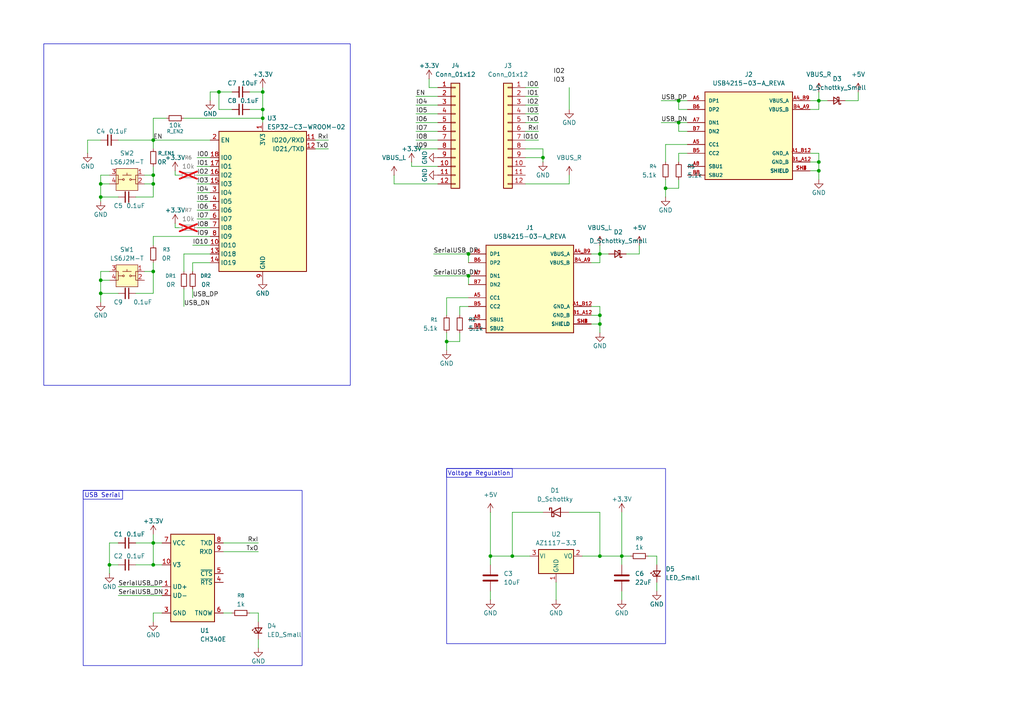
<source format=kicad_sch>
(kicad_sch (version 20250114) (generator "eeschema") (generator_version "9.0")
  (paper "A4")
  (lib_symbols
    (symbol "Connector_Generic:Conn_01x12" (pin_names (offset 1.016) (hide yes))
      (property "Reference" "J" (at 0 15.24 0))
      (property "Value" "Conn_01x12" (at 0 -17.78 0))
      (symbol "Conn_01x12_1_1"
        (rectangle (start -1.27 13.97) (end 1.27 -16.51) (stroke (width 0.254)) (fill (type background)))
        (rectangle (start -1.27 12.827) (end 0 12.573) (stroke (width 0.1524)))
        (rectangle (start -1.27 10.287) (end 0 10.033) (stroke (width 0.1524)))
        (rectangle (start -1.27 7.747) (end 0 7.493) (stroke (width 0.1524)))
        (rectangle (start -1.27 5.207) (end 0 4.953) (stroke (width 0.1524)))
        (rectangle (start -1.27 2.667) (end 0 2.413) (stroke (width 0.1524)))
        (rectangle (start -1.27 0.127) (end 0 -0.127) (stroke (width 0.1524)))
        (rectangle (start -1.27 -2.413) (end 0 -2.667) (stroke (width 0.1524)))
        (rectangle (start -1.27 -4.953) (end 0 -5.207) (stroke (width 0.1524)))
        (rectangle (start -1.27 -7.493) (end 0 -7.747) (stroke (width 0.1524)))
        (rectangle (start -1.27 -10.033) (end 0 -10.287) (stroke (width 0.1524)))
        (rectangle (start -1.27 -12.573) (end 0 -12.827) (stroke (width 0.1524)))
        (rectangle (start -1.27 -15.113) (end 0 -15.367) (stroke (width 0.1524)))
        (pin passive line (at -5.08 12.7 0) (length 3.81) (name "Pin_1") (number "1"))
        (pin passive line (at -5.08 10.16 0) (length 3.81) (name "Pin_2") (number "2"))
        (pin passive line (at -5.08 7.62 0) (length 3.81) (name "Pin_3") (number "3"))
        (pin passive line (at -5.08 5.08 0) (length 3.81) (name "Pin_4") (number "4"))
        (pin passive line (at -5.08 2.54 0) (length 3.81) (name "Pin_5") (number "5"))
        (pin passive line (at -5.08 0 0) (length 3.81) (name "Pin_6") (number "6"))
        (pin passive line (at -5.08 -2.54 0) (length 3.81) (name "Pin_7") (number "7"))
        (pin passive line (at -5.08 -5.08 0) (length 3.81) (name "Pin_8") (number "8"))
        (pin passive line (at -5.08 -7.62 0) (length 3.81) (name "Pin_9") (number "9"))
        (pin passive line (at -5.08 -10.16 0) (length 3.81) (name "Pin_10") (number "10"))
        (pin passive line (at -5.08 -12.7 0) (length 3.81) (name "Pin_11") (number "11"))
        (pin passive line (at -5.08 -15.24 0) (length 3.81) (name "Pin_12") (number "12"))
      )
    )
    (symbol "Device:C" (pin_numbers (hide yes)) (pin_names (offset 0.254))
      (property "Reference" "C" (at 0.635 2.54 0))
      (property "Value" "C" (at 0.635 -2.54 0))
      (symbol "C_0_1"
        (polyline (pts (xy -2.032 0.762) (xy 2.032 0.762)) (stroke (width 0.508)))
        (polyline (pts (xy -2.032 -0.762) (xy 2.032 -0.762)) (stroke (width 0.508)))
      )
      (symbol "C_1_1"
        (pin passive line (at 0 3.81 270) (length 2.794) (name "~") (number "1"))
        (pin passive line (at 0 -3.81 90) (length 2.794) (name "~") (number "2"))
      )
    )
    (symbol "Device:C_Small" (pin_numbers (hide yes)) (pin_names (offset 0.254) (hide yes))
      (property "Reference" "C" (at 0.254 1.778 0))
      (property "Value" "C_Small" (at 0.254 -2.032 0))
      (symbol "C_Small_0_1"
        (polyline (pts (xy -1.524 0.508) (xy 1.524 0.508)) (stroke (width 0.3048)))
        (polyline (pts (xy -1.524 -0.508) (xy 1.524 -0.508)) (stroke (width 0.3302)))
      )
      (symbol "C_Small_1_1"
        (pin passive line (at 0 2.54 270) (length 2.032) (name "~") (number "1"))
        (pin passive line (at 0 -2.54 90) (length 2.032) (name "~") (number "2"))
      )
    )
    (symbol "Device:D_Schottky" (pin_numbers (hide yes)) (pin_names (offset 1.016) (hide yes))
      (property "Reference" "D" (at 0 2.54 0))
      (property "Value" "D_Schottky" (at 0 -2.54 0))
      (symbol "D_Schottky_0_1"
        (polyline (pts (xy -1.905 0.635) (xy -1.905 1.27) (xy -1.27 1.27) (xy -1.27 -1.27) (xy -0.635 -1.27) (xy -0.635 -0.635)) (stroke (width 0.254)))
        (polyline (pts (xy 1.27 1.27) (xy 1.27 -1.27) (xy -1.27 0) (xy 1.27 1.27)) (stroke (width 0.254)))
        (polyline (pts (xy 1.27 0) (xy -1.27 0)))
      )
      (symbol "D_Schottky_1_1"
        (pin passive line (at -3.81 0 0) (length 2.54) (name "K") (number "1"))
        (pin passive line (at 3.81 0 180) (length 2.54) (name "A") (number "2"))
      )
    )
    (symbol "Device:D_Schottky_Small" (pin_numbers (hide yes)) (pin_names (offset 0.254) (hide yes))
      (property "Reference" "D" (at -1.27 2.032 0))
      (property "Value" "D_Schottky_Small" (at -7.112 -2.032 0))
      (symbol "D_Schottky_Small_0_1"
        (polyline (pts (xy -1.27 0.762) (xy -1.27 1.016) (xy -0.762 1.016) (xy -0.762 -1.016) (xy -0.254 -1.016) (xy -0.254 -0.762)) (stroke (width 0.254)))
        (polyline (pts (xy -0.762 0) (xy 0.762 0)))
        (polyline (pts (xy 0.762 -1.016) (xy -0.762 0) (xy 0.762 1.016) (xy 0.762 -1.016)) (stroke (width 0.254)))
      )
      (symbol "D_Schottky_Small_1_1"
        (pin passive line (at -2.54 0 0) (length 1.778) (name "K") (number "1"))
        (pin passive line (at 2.54 0 180) (length 1.778) (name "A") (number "2"))
      )
    )
    (symbol "Device:LED_Small" (pin_numbers (hide yes)) (pin_names (offset 0.254) (hide yes))
      (property "Reference" "D" (at -1.27 3.175 0))
      (property "Value" "LED_Small" (at -4.445 -2.54 0))
      (symbol "LED_Small_0_1"
        (polyline (pts (xy -0.762 -1.016) (xy -0.762 1.016)) (stroke (width 0.254)))
        (polyline (pts (xy 0 0.762) (xy -0.508 1.27) (xy -0.254 1.27) (xy -0.508 1.27) (xy -0.508 1.016)))
        (polyline (pts (xy 0.508 1.27) (xy 0 1.778) (xy 0.254 1.778) (xy 0 1.778) (xy 0 1.524)))
        (polyline (pts (xy 0.762 -1.016) (xy -0.762 0) (xy 0.762 1.016) (xy 0.762 -1.016)) (stroke (width 0.254)))
        (polyline (pts (xy 1.016 0) (xy -0.762 0)))
      )
      (symbol "LED_Small_1_1"
        (pin passive line (at -2.54 0 0) (length 1.778) (name "K") (number "1"))
        (pin passive line (at 2.54 0 180) (length 1.778) (name "A") (number "2"))
      )
    )
    (symbol "Device:R_Small" (pin_numbers (hide yes)) (pin_names (offset 0.254) (hide yes))
      (property "Reference" "R" (at 0 0 90))
      (property "Value" "R_Small" (at 1.778 0 90))
      (symbol "R_Small_0_1"
        (rectangle (start -0.762 1.778) (end 0.762 -1.778) (stroke (width 0.2032)))
      )
      (symbol "R_Small_1_1"
        (pin passive line (at 0 2.54 270) (length 0.762) (name "~") (number "1"))
        (pin passive line (at 0 -2.54 90) (length 0.762) (name "~") (number "2"))
      )
    )
    (symbol "Interface_USB:CH340E"
      (property "Reference" "U2" (at 2.1433 -15.24 0))
      (property "Value" "CH340E" (at 2.1433 -17.78 0))
      (symbol "CH340E_0_1"
        (rectangle (start -6.35 12.7) (end 6.35 -12.7) (stroke (width 0.254)) (fill (type background)))
      )
      (symbol "CH340E_1_1"
        (pin power_in line (at -8.89 10.16 0) (length 2.54) (name "VCC") (number "7"))
        (pin power_out line (at -8.89 3.81 0) (length 2.54) (name "V3") (number "10"))
        (pin bidirectional line (at -8.89 -2.54 0) (length 2.54) (name "UD+") (number "1"))
        (pin bidirectional line (at -8.89 -5.08 0) (length 2.54) (name "UD-") (number "2"))
        (pin power_in line (at -8.89 -10.16 0) (length 2.54) (name "GND") (number "3"))
        (pin output line (at 8.89 10.16 180) (length 2.54) (name "TXD") (number "8"))
        (pin input line (at 8.89 7.62 180) (length 2.54) (name "RXD") (number "9"))
        (pin input line (at 8.89 1.27 180) (length 2.54) (name "~{CTS}") (number "5"))
        (pin output line (at 8.89 -1.27 180) (length 2.54) (name "~{RTS}") (number "4"))
        (pin output line (at 8.89 -10.16 180) (length 2.54) (name "TNOW") (number "6"))
      )
    )
    (symbol "LS6J2M-T_1"
      (property "Reference" "SW" (at 0 6.35 0))
      (property "Value" "LS6J2M-T" (at 0 4.318 0))
      (symbol "LS6J2M-T_1_0_0"
        (pin passive line (at -5.08 1.27 0) (length 2.54) (name "") (number "1"))
        (pin passive line (at -5.08 -1.27 0) (length 2.54) (name "") (number "2"))
        (pin passive line (at 5.08 1.27 180) (length 2.54) (name "") (number "3"))
        (pin passive line (at 5.08 -1.27 180) (length 2.54) (name "") (number "4"))
      )
      (symbol "LS6J2M-T_1_0_1"
        (polyline (pts (xy -1.27 1.27) (xy -1.27 1.27)))
        (polyline (pts (xy -1.27 1.27) (xy 1.27 1.27) (xy 0 1.27) (xy 0 1.905)))
        (polyline (pts (xy -1.27 0) (xy -2.54 0)))
        (polyline (pts (xy -1.27 0) (xy -1.27 0)))
        (polyline (pts (xy 1.27 0) (xy 1.27 0)))
        (polyline (pts (xy 1.27 0) (xy 2.54 0)))
        (polyline (pts (xy 2.54 1.27) (xy 2.54 -1.27)))
      )
      (symbol "LS6J2M-T_1_1_1"
        (rectangle (start -3.175 3.175) (end 3.175 -3.175) (fill (type background)))
        (polyline (pts (xy -2.54 -1.27) (xy -2.54 1.27)))
        (circle (center -1.016 0) (radius 0.254))
        (circle (center 1.016 0) (radius 0.254))
      )
    )
    (symbol "Library:LS6J2M-T"
      (property "Reference" "SW" (at 0 6.35 0))
      (property "Value" "LS6J2M-T" (at 0 4.318 0))
      (symbol "LS6J2M-T_0_0"
        (pin passive line (at -5.08 1.27 0) (length 2.54) (name "") (number "1"))
        (pin passive line (at -5.08 -1.27 0) (length 2.54) (name "") (number "2"))
        (pin passive line (at 5.08 1.27 180) (length 2.54) (name "") (number "3"))
        (pin passive line (at 5.08 -1.27 180) (length 2.54) (name "") (number "4"))
      )
      (symbol "LS6J2M-T_0_1"
        (polyline (pts (xy -1.27 1.27) (xy -1.27 1.27)))
        (polyline (pts (xy -1.27 1.27) (xy 1.27 1.27) (xy 0 1.27) (xy 0 1.905)))
        (polyline (pts (xy -1.27 0) (xy -2.54 0)))
        (polyline (pts (xy -1.27 0) (xy -1.27 0)))
        (polyline (pts (xy 1.27 0) (xy 1.27 0)))
        (polyline (pts (xy 1.27 0) (xy 2.54 0)))
        (polyline (pts (xy 2.54 1.27) (xy 2.54 -1.27)))
      )
      (symbol "LS6J2M-T_1_1"
        (rectangle (start -3.175 3.175) (end 3.175 -3.175) (fill (type background)))
        (polyline (pts (xy -2.54 -1.27) (xy -2.54 1.27)))
        (circle (center -1.016 0) (radius 0.254))
        (circle (center 1.016 0) (radius 0.254))
      )
    )
    (symbol "Library:USB4215-03-A_REVA" (pin_names (offset 1.016))
      (property "Reference" "J" (at -12.7 13.462 0))
      (property "Value" "USB4215-03-A_REVA" (at -12.7 -16.002 0))
      (symbol "USB4215-03-A_REVA_0_0"
        (rectangle (start -12.7 12.7) (end 12.7 -12.7) (stroke (width 0.254)) (fill (type background)))
        (pin bidirectional line (at -17.78 10.16 0) (length 5.08) (name "DP1") (number "A6"))
        (pin bidirectional line (at -17.78 7.62 0) (length 5.08) (name "DP2") (number "B6"))
        (pin bidirectional line (at -17.78 3.81 0) (length 5.08) (name "DN1") (number "A7"))
        (pin bidirectional line (at -17.78 1.27 0) (length 5.08) (name "DN2") (number "B7"))
        (pin bidirectional line (at -17.78 -2.54 0) (length 5.08) (name "CC1") (number "A5"))
        (pin bidirectional line (at -17.78 -5.08 0) (length 5.08) (name "CC2") (number "B5"))
        (pin bidirectional line (at -17.78 -8.89 0) (length 5.08) (name "SBU1") (number "A8"))
        (pin bidirectional line (at -17.78 -11.43 0) (length 5.08) (name "SBU2") (number "B8"))
        (pin power_in line (at 17.78 10.16 180) (length 5.08) (name "VBUS_A") (number "A4_B9"))
        (pin power_in line (at 17.78 7.62 180) (length 5.08) (name "VBUS_B") (number "B4_A9"))
        (pin power_in line (at 17.78 -5.08 180) (length 5.08) (name "GND_A") (number "A1_B12"))
        (pin power_in line (at 17.78 -7.62 180) (length 5.08) (name "GND_B") (number "B1_A12"))
        (pin passive line (at 17.78 -10.16 180) (length 5.08) (name "SHIELD") (number "SH1"))
        (pin passive line (at 17.78 -10.16 180) (length 5.08) (name "SHIELD") (number "SH2"))
        (pin passive line (at 17.78 -10.16 180) (length 5.08) (name "SHIELD") (number "SH3"))
        (pin passive line (at 17.78 -10.16 180) (length 5.08) (name "SHIELD") (number "SH4"))
      )
    )
    (symbol "RF_Module:ESP32-C3-WROOM-02"
      (property "Reference" "U" (at -12.192 21.336 0))
      (property "Value" "ESP32-C3-WROOM-02" (at 12.192 21.336 0))
      (symbol "ESP32-C3-WROOM-02_1_1"
        (rectangle (start -12.7 20.32) (end 12.7 -20.32) (stroke (width 0.254)) (fill (type background)))
        (pin input line (at -15.24 17.78 0) (length 2.54) (name "EN") (number "2"))
        (pin bidirectional line (at -15.24 12.7 0) (length 2.54) (name "IO0") (number "18"))
        (pin bidirectional line (at -15.24 10.16 0) (length 2.54) (name "IO1") (number "17"))
        (pin bidirectional line (at -15.24 7.62 0) (length 2.54) (name "IO2") (number "16"))
        (pin bidirectional line (at -15.24 5.08 0) (length 2.54) (name "IO3") (number "15"))
        (pin bidirectional line (at -15.24 2.54 0) (length 2.54) (name "IO4") (number "3"))
        (pin bidirectional line (at -15.24 0 0) (length 2.54) (name "IO5") (number "4"))
        (pin bidirectional line (at -15.24 -2.54 0) (length 2.54) (name "IO6") (number "5"))
        (pin bidirectional line (at -15.24 -5.08 0) (length 2.54) (name "IO7") (number "6"))
        (pin bidirectional line (at -15.24 -7.62 0) (length 2.54) (name "IO8") (number "7"))
        (pin bidirectional line (at -15.24 -10.16 0) (length 2.54) (name "IO9") (number "8"))
        (pin bidirectional line (at -15.24 -12.7 0) (length 2.54) (name "IO10") (number "10"))
        (pin bidirectional line (at -15.24 -15.24 0) (length 2.54) (name "IO18") (number "13"))
        (pin bidirectional line (at -15.24 -17.78 0) (length 2.54) (name "IO19") (number "14"))
        (pin power_in line (at 0 22.86 270) (length 2.54) (name "3V3") (number "1"))
        (pin passive line (at 0 -22.86 90) (length 2.54) (hide yes) (name "GND") (number "19"))
        (pin power_in line (at 0 -22.86 90) (length 2.54) (name "GND") (number "9"))
        (pin bidirectional line (at 15.24 17.78 180) (length 2.54) (name "IO20/RXD") (number "11"))
        (pin bidirectional line (at 15.24 15.24 180) (length 2.54) (name "IO21/TXD") (number "12"))
      )
    )
    (symbol "Regulator_Linear:AZ1117-3.3" (pin_names (offset 0.254))
      (property "Reference" "U" (at -3.81 3.175 0))
      (property "Value" "AZ1117-3.3" (at 0 3.175 0))
      (symbol "AZ1117-3.3_0_1"
        (rectangle (start -5.08 1.905) (end 5.08 -5.08) (stroke (width 0.254)) (fill (type background)))
      )
      (symbol "AZ1117-3.3_1_1"
        (pin power_in line (at -7.62 0 0) (length 2.54) (name "VI") (number "3"))
        (pin power_in line (at 0 -7.62 90) (length 2.54) (name "GND") (number "1"))
        (pin power_out line (at 7.62 0 180) (length 2.54) (name "VO") (number "2"))
      )
    )
    (symbol "power:+3.3V" (power) (pin_numbers (hide yes)) (pin_names (offset 0) (hide yes))
      (property "Value" "+3.3V" (at 0 3.556 0))
      (symbol "+3.3V_0_1"
        (polyline (pts (xy -0.762 1.27) (xy 0 2.54)))
        (polyline (pts (xy 0 2.54) (xy 0.762 1.27)))
        (polyline (pts (xy 0 0) (xy 0 2.54)))
      )
      (symbol "+3.3V_1_1"
        (pin power_in line (at 0 0 90) (length 0) (name "~") (number "1"))
      )
    )
    (symbol "power:+5V" (power) (pin_numbers (hide yes)) (pin_names (offset 0) (hide yes))
      (property "Value" "+5V" (at 0 3.556 0))
      (symbol "+5V_0_1"
        (polyline (pts (xy -0.762 1.27) (xy 0 2.54)))
        (polyline (pts (xy 0 2.54) (xy 0.762 1.27)))
        (polyline (pts (xy 0 0) (xy 0 2.54)))
      )
      (symbol "+5V_1_1"
        (pin power_in line (at 0 0 90) (length 0) (name "~") (number "1"))
      )
    )
    (symbol "power:GND" (power) (pin_numbers (hide yes)) (pin_names (offset 0) (hide yes))
      (property "Value" "GND" (at 0 -3.81 0))
      (symbol "GND_0_1"
        (polyline (pts (xy 0 0) (xy 0 -1.27) (xy 1.27 -1.27) (xy 0 -2.54) (xy -1.27 -1.27) (xy 0 -1.27)))
      )
      (symbol "GND_1_1"
        (pin power_in line (at 0 0 270) (length 0) (name "~") (number "1"))
      )
    )
    (symbol "power:VBUS" (power) (pin_numbers (hide yes)) (pin_names (offset 0) (hide yes))
      (property "Value" "VBUS" (at 0 3.556 0))
      (symbol "VBUS_0_1"
        (polyline (pts (xy -0.762 1.27) (xy 0 2.54)))
        (polyline (pts (xy 0 2.54) (xy 0.762 1.27)))
        (polyline (pts (xy 0 0) (xy 0 2.54)))
      )
      (symbol "VBUS_1_1"
        (pin power_in line (at 0 0 90) (length 0) (name "~") (number "1"))
      )
    )
  )
  (rectangle (start 12.7 12.7) (end 101.6 111.76))
  (rectangle (start 24.13 142.24) (end 35.56 144.78))
  (rectangle (start 129.54 135.89) (end 148.59 138.43))
  (rectangle (start 24.13 142.24) (end 87.63 193.04))
  (rectangle (start 129.54 135.89) (end 193.04 186.69))
  (text "Voltage Regulation" (at 138.938 137.414 0) (effects (font (size 1.27 1.27))))
  (text "USB Serial" (at 29.718 143.764 0) (effects (font (size 1.27 1.27))))
  (junction (at 142.24 161.29))
  (junction (at 173.99 93.98))
  (junction (at 29.21 53.34))
  (junction (at 29.21 81.28))
  (junction (at 31.75 163.83))
  (junction (at 76.2 34.29))
  (junction (at 44.45 157.48))
  (junction (at 63.5 26.67))
  (junction (at 237.49 46.99))
  (junction (at 29.21 57.15))
  (junction (at 44.45 53.34))
  (junction (at 44.45 40.64))
  (junction (at 76.2 31.75))
  (junction (at 148.59 161.29))
  (junction (at 173.99 161.29))
  (junction (at 237.49 49.53))
  (junction (at 193.04 54.61))
  (junction (at 76.2 26.67))
  (junction (at 135.89 80.01))
  (junction (at 135.89 73.66))
  (junction (at 44.45 163.83))
  (junction (at 29.21 85.09))
  (junction (at 196.85 29.21))
  (junction (at 157.48 45.72))
  (junction (at 129.54 99.06))
  (junction (at 44.45 50.8))
  (junction (at 173.99 73.66))
  (junction (at 173.99 91.44))
  (junction (at 180.34 161.29))
  (junction (at 44.45 78.74))
  (junction (at 196.85 35.56))
  (junction (at 237.49 29.21))
  (wire (pts (xy 237.49 29.21) (xy 240.03 29.21)))
  (wire (pts (xy 39.37 57.15) (xy 44.45 57.15)))
  (wire (pts (xy 76.2 26.67) (xy 76.2 31.75)))
  (wire (pts (xy 31.75 163.83) (xy 31.75 157.48)))
  (wire (pts (xy 237.49 26.67) (xy 237.49 29.21)))
  (wire (pts (xy 29.21 57.15) (xy 29.21 53.34)))
  (wire (pts (xy 152.4 45.72) (xy 157.48 45.72)))
  (wire (pts (xy 196.85 54.61) (xy 193.04 54.61)))
  (wire (pts (xy 135.89 73.66) (xy 135.89 76.2)))
  (wire (pts (xy 173.99 161.29) (xy 168.91 161.29)))
  (wire (pts (xy 142.24 161.29) (xy 148.59 161.29)))
  (wire (pts (xy 57.15 45.72) (xy 60.96 45.72)))
  (wire (pts (xy 55.88 78.74) (xy 55.88 76.2)))
  (wire (pts (xy 44.45 43.18) (xy 44.45 40.64)))
  (wire (pts (xy 46.99 163.83) (xy 44.45 163.83)))
  (wire (pts (xy 196.85 31.75) (xy 196.85 29.21)))
  (wire (pts (xy 50.8 66.04) (xy 50.8 64.77)))
  (wire (pts (xy 60.96 29.21) (xy 60.96 26.67)))
  (wire (pts (xy 29.21 87.63) (xy 29.21 85.09)))
  (wire (pts (xy 44.45 53.34) (xy 44.45 50.8)))
  (wire (pts (xy 234.95 49.53) (xy 237.49 49.53)))
  (wire (pts (xy 133.35 88.9) (xy 133.35 91.44)))
  (wire (pts (xy 173.99 148.59) (xy 165.1 148.59)))
  (wire (pts (xy 185.42 73.66) (xy 181.61 73.66)))
  (wire (pts (xy 187.96 161.29) (xy 190.5 161.29)))
  (wire (pts (xy 173.99 88.9) (xy 173.99 91.44)))
  (wire (pts (xy 135.89 88.9) (xy 133.35 88.9)))
  (wire (pts (xy 44.45 157.48) (xy 44.45 154.94)))
  (wire (pts (xy 133.35 96.52) (xy 133.35 99.06)))
  (wire (pts (xy 29.21 57.15) (xy 34.29 57.15)))
  (wire (pts (xy 57.15 63.5) (xy 60.96 63.5)))
  (wire (pts (xy 135.89 80.01) (xy 135.89 82.55)))
  (wire (pts (xy 148.59 161.29) (xy 153.67 161.29)))
  (wire (pts (xy 199.39 44.45) (xy 196.85 44.45)))
  (wire (pts (xy 34.29 40.64) (xy 44.45 40.64)))
  (wire (pts (xy 234.95 29.21) (xy 237.49 29.21)))
  (wire (pts (xy 120.65 40.64) (xy 127 40.64)))
  (wire (pts (xy 44.45 71.12) (xy 44.45 68.58)))
  (wire (pts (xy 165.1 25.4) (xy 165.1 31.75)))
  (wire (pts (xy 44.45 40.64) (xy 60.96 40.64)))
  (wire (pts (xy 57.15 55.88) (xy 60.96 55.88)))
  (wire (pts (xy 57.15 48.26) (xy 60.96 48.26)))
  (wire (pts (xy 171.45 76.2) (xy 173.99 76.2)))
  (wire (pts (xy 191.77 35.56) (xy 196.85 35.56)))
  (wire (pts (xy 173.99 93.98) (xy 173.99 96.52)))
  (wire (pts (xy 39.37 85.09) (xy 44.45 85.09)))
  (wire (pts (xy 199.39 31.75) (xy 196.85 31.75)))
  (wire (pts (xy 63.5 31.75) (xy 63.5 26.67)))
  (wire (pts (xy 76.2 25.4) (xy 76.2 26.67)))
  (wire (pts (xy 57.15 58.42) (xy 60.96 58.42)))
  (wire (pts (xy 57.15 50.8) (xy 60.96 50.8)))
  (wire (pts (xy 31.75 163.83) (xy 34.29 163.83)))
  (wire (pts (xy 64.77 157.48) (xy 74.93 157.48)))
  (wire (pts (xy 129.54 86.36) (xy 135.89 86.36)))
  (wire (pts (xy 173.99 76.2) (xy 173.99 73.66)))
  (wire (pts (xy 173.99 91.44) (xy 173.99 93.98)))
  (wire (pts (xy 196.85 44.45) (xy 196.85 46.99)))
  (wire (pts (xy 25.4 44.45) (xy 25.4 40.64)))
  (wire (pts (xy 180.34 161.29) (xy 180.34 163.83)))
  (wire (pts (xy 64.77 160.02) (xy 74.93 160.02)))
  (wire (pts (xy 152.4 35.56) (xy 156.21 35.56)))
  (wire (pts (xy 129.54 96.52) (xy 129.54 99.06)))
  (wire (pts (xy 76.2 31.75) (xy 76.2 34.29)))
  (wire (pts (xy 237.49 49.53) (xy 237.49 46.99)))
  (wire (pts (xy 74.93 177.8) (xy 74.93 180.34)))
  (wire (pts (xy 129.54 101.6) (xy 129.54 99.06)))
  (wire (pts (xy 29.21 78.74) (xy 31.75 78.74)))
  (wire (pts (xy 120.65 33.02) (xy 127 33.02)))
  (wire (pts (xy 127 48.26) (xy 119.38 48.26)))
  (wire (pts (xy 41.91 50.8) (xy 44.45 50.8)))
  (wire (pts (xy 55.88 71.12) (xy 60.96 71.12)))
  (wire (pts (xy 157.48 43.18) (xy 152.4 43.18)))
  (wire (pts (xy 124.46 22.86) (xy 124.46 25.4)))
  (wire (pts (xy 152.4 40.64) (xy 156.21 40.64)))
  (wire (pts (xy 55.88 86.36) (xy 55.88 83.82)))
  (wire (pts (xy 67.31 31.75) (xy 63.5 31.75)))
  (wire (pts (xy 72.39 31.75) (xy 76.2 31.75)))
  (wire (pts (xy 53.34 88.9) (xy 53.34 83.82)))
  (wire (pts (xy 148.59 148.59) (xy 148.59 161.29)))
  (wire (pts (xy 171.45 91.44) (xy 173.99 91.44)))
  (wire (pts (xy 157.48 46.99) (xy 157.48 45.72)))
  (wire (pts (xy 44.45 157.48) (xy 44.45 163.83)))
  (wire (pts (xy 124.46 25.4) (xy 127 25.4)))
  (wire (pts (xy 120.65 30.48) (xy 127 30.48)))
  (wire (pts (xy 120.65 27.94) (xy 127 27.94)))
  (wire (pts (xy 41.91 78.74) (xy 44.45 78.74)))
  (wire (pts (xy 171.45 93.98) (xy 173.99 93.98)))
  (wire (pts (xy 57.15 60.96) (xy 60.96 60.96)))
  (wire (pts (xy 190.5 161.29) (xy 190.5 163.83)))
  (wire (pts (xy 234.95 31.75) (xy 237.49 31.75)))
  (wire (pts (xy 142.24 161.29) (xy 142.24 163.83)))
  (wire (pts (xy 129.54 91.44) (xy 129.54 86.36)))
  (wire (pts (xy 29.21 81.28) (xy 29.21 78.74)))
  (wire (pts (xy 57.15 66.04) (xy 60.96 66.04)))
  (wire (pts (xy 41.91 53.34) (xy 44.45 53.34)))
  (wire (pts (xy 44.45 76.2) (xy 44.45 78.74)))
  (wire (pts (xy 120.65 35.56) (xy 127 35.56)))
  (wire (pts (xy 127 53.34) (xy 114.3 53.34)))
  (wire (pts (xy 44.45 68.58) (xy 60.96 68.58)))
  (wire (pts (xy 74.93 187.96) (xy 74.93 185.42)))
  (wire (pts (xy 193.04 46.99) (xy 193.04 41.91)))
  (wire (pts (xy 31.75 157.48) (xy 34.29 157.48)))
  (wire (pts (xy 50.8 49.53) (xy 50.8 50.8)))
  (wire (pts (xy 157.48 45.72) (xy 157.48 43.18)))
  (wire (pts (xy 29.21 53.34) (xy 31.75 53.34)))
  (wire (pts (xy 76.2 34.29) (xy 76.2 35.56)))
  (wire (pts (xy 31.75 166.37) (xy 31.75 163.83)))
  (wire (pts (xy 60.96 26.67) (xy 63.5 26.67)))
  (wire (pts (xy 196.85 29.21) (xy 199.39 29.21)))
  (wire (pts (xy 119.38 48.26) (xy 119.38 46.99)))
  (wire (pts (xy 44.45 177.8) (xy 46.99 177.8)))
  (wire (pts (xy 237.49 44.45) (xy 234.95 44.45)))
  (wire (pts (xy 50.8 50.8) (xy 52.07 50.8)))
  (wire (pts (xy 237.49 31.75) (xy 237.49 29.21)))
  (wire (pts (xy 152.4 25.4) (xy 156.21 25.4)))
  (wire (pts (xy 55.88 76.2) (xy 60.96 76.2)))
  (wire (pts (xy 29.21 85.09) (xy 29.21 81.28)))
  (wire (pts (xy 53.34 34.29) (xy 76.2 34.29)))
  (wire (pts (xy 182.88 161.29) (xy 180.34 161.29)))
  (wire (pts (xy 165.1 53.34) (xy 152.4 53.34)))
  (wire (pts (xy 180.34 161.29) (xy 173.99 161.29)))
  (wire (pts (xy 173.99 161.29) (xy 173.99 148.59)))
  (wire (pts (xy 72.39 177.8) (xy 74.93 177.8)))
  (wire (pts (xy 142.24 171.45) (xy 142.24 173.99)))
  (wire (pts (xy 44.45 78.74) (xy 44.45 85.09)))
  (wire (pts (xy 190.5 171.45) (xy 190.5 168.91)))
  (wire (pts (xy 234.95 46.99) (xy 237.49 46.99)))
  (wire (pts (xy 52.07 66.04) (xy 50.8 66.04)))
  (wire (pts (xy 248.92 26.67) (xy 248.92 29.21)))
  (wire (pts (xy 53.34 73.66) (xy 60.96 73.66)))
  (wire (pts (xy 196.85 38.1) (xy 196.85 35.56)))
  (wire (pts (xy 63.5 26.67) (xy 67.31 26.67)))
  (wire (pts (xy 72.39 26.67) (xy 76.2 26.67)))
  (wire (pts (xy 171.45 73.66) (xy 173.99 73.66)))
  (wire (pts (xy 29.21 53.34) (xy 29.21 50.8)))
  (wire (pts (xy 193.04 52.07) (xy 193.04 54.61)))
  (wire (pts (xy 142.24 148.59) (xy 142.24 161.29)))
  (wire (pts (xy 173.99 73.66) (xy 176.53 73.66)))
  (wire (pts (xy 39.37 163.83) (xy 44.45 163.83)))
  (wire (pts (xy 125.73 73.66) (xy 135.89 73.66)))
  (wire (pts (xy 29.21 81.28) (xy 31.75 81.28)))
  (wire (pts (xy 95.25 43.18) (xy 91.44 43.18)))
  (wire (pts (xy 64.77 177.8) (xy 67.31 177.8)))
  (wire (pts (xy 157.48 148.59) (xy 148.59 148.59)))
  (wire (pts (xy 199.39 38.1) (xy 196.85 38.1)))
  (wire (pts (xy 25.4 40.64) (xy 29.21 40.64)))
  (wire (pts (xy 114.3 53.34) (xy 114.3 50.8)))
  (wire (pts (xy 120.65 38.1) (xy 127 38.1)))
  (wire (pts (xy 44.45 50.8) (xy 44.45 48.26)))
  (wire (pts (xy 248.92 29.21) (xy 245.11 29.21)))
  (wire (pts (xy 193.04 41.91) (xy 199.39 41.91)))
  (wire (pts (xy 95.25 40.64) (xy 91.44 40.64)))
  (wire (pts (xy 152.4 27.94) (xy 156.21 27.94)))
  (wire (pts (xy 237.49 46.99) (xy 237.49 44.45)))
  (wire (pts (xy 29.21 58.42) (xy 29.21 57.15)))
  (wire (pts (xy 152.4 38.1) (xy 156.21 38.1)))
  (wire (pts (xy 173.99 88.9) (xy 171.45 88.9)))
  (wire (pts (xy 46.99 157.48) (xy 44.45 157.48)))
  (wire (pts (xy 133.35 99.06) (xy 129.54 99.06)))
  (wire (pts (xy 165.1 50.8) (xy 165.1 53.34)))
  (wire (pts (xy 48.26 34.29) (xy 44.45 34.29)))
  (wire (pts (xy 185.42 71.12) (xy 185.42 73.66)))
  (wire (pts (xy 180.34 171.45) (xy 180.34 173.99)))
  (wire (pts (xy 180.34 148.59) (xy 180.34 161.29)))
  (wire (pts (xy 34.29 172.72) (xy 46.99 172.72)))
  (wire (pts (xy 161.29 168.91) (xy 161.29 173.99)))
  (wire (pts (xy 193.04 57.15) (xy 193.04 54.61)))
  (wire (pts (xy 44.45 34.29) (xy 44.45 40.64)))
  (wire (pts (xy 53.34 73.66) (xy 53.34 78.74)))
  (wire (pts (xy 191.77 29.21) (xy 196.85 29.21)))
  (wire (pts (xy 34.29 170.18) (xy 46.99 170.18)))
  (wire (pts (xy 57.15 53.34) (xy 60.96 53.34)))
  (wire (pts (xy 44.45 57.15) (xy 44.45 53.34)))
  (wire (pts (xy 237.49 52.07) (xy 237.49 49.53)))
  (wire (pts (xy 152.4 33.02) (xy 156.21 33.02)))
  (wire (pts (xy 173.99 71.12) (xy 173.99 73.66)))
  (wire (pts (xy 196.85 35.56) (xy 199.39 35.56)))
  (wire (pts (xy 125.73 80.01) (xy 135.89 80.01)))
  (wire (pts (xy 120.65 43.18) (xy 127 43.18)))
  (wire (pts (xy 152.4 30.48) (xy 156.21 30.48)))
  (wire (pts (xy 29.21 50.8) (xy 31.75 50.8)))
  (wire (pts (xy 29.21 85.09) (xy 34.29 85.09)))
  (wire (pts (xy 39.37 157.48) (xy 44.45 157.48)))
  (wire (pts (xy 44.45 177.8) (xy 44.45 180.34)))
  (wire (pts (xy 196.85 52.07) (xy 196.85 54.61)))
  (label "IO0" (at 57.15 45.72 0))
  (label "IO10" (at 156.21 40.64 180))
  (label "IO9" (at 57.15 68.58 0))
  (label "RxI" (at 74.93 157.48 180))
  (label "IO0" (at 156.21 25.4 180))
  (label "IO10" (at 55.88 71.12 0))
  (label "SerialUSB_DN" (at 125.73 80.01 0))
  (label "TxO" (at 156.21 35.56 180))
  (label "IO6" (at 120.65 35.56 0))
  (label "SerialUSB_DP" (at 34.29 170.18 0))
  (label "RxI" (at 156.21 38.1 180))
  (label "IO8" (at 57.15 66.04 0))
  (label "IO8" (at 120.65 40.64 0))
  (label "IO2" (at 163.83 21.59 180))
  (label "IO9" (at 120.65 43.18 0))
  (label "USB_DN" (at 191.77 35.56 0))
  (label "USB_DP" (at 191.77 29.21 0))
  (label "EN" (at 120.65 27.94 0))
  (label "IO3" (at 57.15 53.34 0))
  (label "IO1" (at 156.21 27.94 180))
  (label "IO7" (at 57.15 63.5 0))
  (label "IO5" (at 57.15 58.42 0))
  (label "IO6" (at 57.15 60.96 0))
  (label "SerialUSB_DN" (at 34.29 172.72 0))
  (label "USB_DP" (at 55.88 86.36 0))
  (label "EN" (at 44.45 40.64 0))
  (label "IO4" (at 120.65 30.48 0))
  (label "IO3" (at 163.83 24.13 180))
  (label "SerialUSB_DP" (at 125.73 73.66 0))
  (label "TxO" (at 95.25 43.18 180))
  (label "IO7" (at 120.65 38.1 0))
  (label "TxO" (at 74.93 160.02 180))
  (label "IO2" (at 156.21 30.48 180))
  (label "USB_DN" (at 53.34 88.9 0))
  (label "IO4" (at 57.15 55.88 0))
  (label "IO5" (at 120.65 33.02 0))
  (label "IO2" (at 57.15 50.8 0))
  (label "RxI" (at 95.25 40.64 180))
  (label "IO1" (at 57.15 48.26 0))
  (label "IO3" (at 156.21 33.02 180))
  (symbol (lib_id "Device:R_Small") (at 185.42 161.29 90) (unit 1)
    (property "Reference" "R9" (at 185.42 156.21 90) (effects (font (size 1.016 1.016))))
    (property "Value" "1k" (at 185.42 158.75 90))
    (property "Footprint" "Resistor_SMD:R_0603_1608Metric" (effects (hide yes)))
    (property "Description" "Resistor, small symbol" (effects (hide yes)))
  )
  (symbol (lib_id "power:GND") (at 25.4 44.45 0) (unit 1)
    (property "Reference" "#PWR02" (effects (hide yes)))
    (property "Value" "GND" (at 25.4 48.26 0))
    (property "Description" "Power symbol creates a global label with name \"GND\" , ground" (effects (hide yes)))
  )
  (symbol (lib_id "power:+5V") (at 185.42 71.12 0) (unit 1)
    (property "Reference" "#PWR021" (effects (hide yes)))
    (property "Value" "+5V" (at 185.42 66.04 0))
    (property "Description" "Power symbol creates a global label with name \"+5V\"" (effects (hide yes)))
  )
  (symbol (lib_id "power:GND") (at 127 50.8 270) (unit 1)
    (property "Reference" "#PWR033" (effects (hide yes)))
    (property "Value" "GND" (at 123.19 50.8 0))
    (property "Description" "Power symbol creates a global label with name \"GND\" , ground" (effects (hide yes)))
  )
  (symbol (lib_id "Device:C_Small") (at 36.83 163.83 270) (unit 1)
    (property "Reference" "C2" (at 34.29 161.29 90))
    (property "Value" "0.1uF" (at 39.37 161.29 90))
    (property "Footprint" "Capacitor_SMD:C_0603_1608Metric" (effects (hide yes)))
    (property "Description" "Unpolarized capacitor, small symbol" (effects (hide yes)))
  )
  (symbol (lib_id "power:GND") (at 74.93 187.96 0) (unit 1)
    (property "Reference" "#PWR030" (effects (hide yes)))
    (property "Value" "GND" (at 74.93 191.77 0))
    (property "Description" "Power symbol creates a global label with name \"GND\" , ground" (effects (hide yes)))
  )
  (symbol (lib_id "power:+3.3V") (at 50.8 64.77 0) (unit 1)
    (property "Reference" "#PWR029" (effects (hide yes)))
    (property "Value" "+3.3V" (at 50.8 60.96 0))
    (property "Description" "Power symbol creates a global label with name \"+3.3V\"" (effects (hide yes)))
  )
  (symbol (lib_id "power:VBUS") (at 237.49 26.67 0) (unit 1)
    (property "Reference" "#PWR025" (effects (hide yes)))
    (property "Value" "VBUS_R" (at 237.49 21.59 0))
    (property "Description" "Power symbol creates a global label with name \"VBUS\"" (effects (hide yes)))
  )
  (symbol (lib_id "Device:LED_Small") (at 74.93 182.88 90) (unit 1)
    (property "Reference" "D4" (at 77.47 181.5464 90) (effects (justify right)))
    (property "Value" "LED_Small" (at 77.47 184.0864 90) (effects (justify right)))
    (property "Footprint" "LED_SMD:LED_0603_1608Metric" (effects (hide yes)))
    (property "Description" "Light emitting diode, small symbol" (effects (hide yes)))
    (property "Sim.Pin" "1=K 2=A" (effects (hide yes)))
  )
  (symbol (lib_id "power:GND") (at 173.99 96.52 0) (unit 1)
    (property "Reference" "#PWR020" (effects (hide yes)))
    (property "Value" "GND" (at 173.99 100.33 0))
    (property "Description" "Power symbol creates a global label with name \"GND\" , ground" (effects (hide yes)))
  )
  (symbol (lib_id "power:+3.3V") (at 124.46 22.86 0) (unit 1)
    (property "Reference" "#PWR018" (effects (hide yes)))
    (property "Value" "+3.3V" (at 124.46 19.05 0))
    (property "Description" "Power symbol creates a global label with name \"+3.3V\"" (effects (hide yes)))
  )
  (symbol (lib_id "power:GND") (at 60.96 29.21 0) (unit 1)
    (property "Reference" "#PWR09" (effects (hide yes)))
    (property "Value" "GND" (at 60.96 33.02 0))
    (property "Description" "Power symbol creates a global label with name \"GND\" , ground" (effects (hide yes)))
  )
  (symbol (lib_id "power:+3.3V") (at 119.38 46.99 0) (unit 1)
    (property "Reference" "#PWR034" (effects (hide yes)))
    (property "Value" "+3.3V" (at 119.38 43.18 0))
    (property "Description" "Power symbol creates a global label with name \"+3.3V\"" (effects (hide yes)))
  )
  (symbol (lib_id "Device:C_Small") (at 36.83 85.09 270) (mirror x) (unit 1)
    (property "Reference" "C9" (at 34.29 87.63 90))
    (property "Value" "0.1uF" (at 41.402 87.63 90))
    (property "Footprint" "Capacitor_SMD:C_0603_1608Metric" (effects (hide yes)))
    (property "Description" "Unpolarized capacitor, small symbol" (effects (hide yes)))
  )
  (symbol (lib_id "power:GND") (at 180.34 173.99 0) (unit 1)
    (property "Reference" "#PWR011" (effects (hide yes)))
    (property "Value" "GND" (at 180.34 177.8 0))
    (property "Description" "Power symbol creates a global label with name \"GND\" , ground" (effects (hide yes)))
  )
  (symbol (lib_id "Device:R_Small") (at 133.35 93.98 0) (unit 1)
    (property "Reference" "R2" (at 135.89 92.7099 0) (effects (font (size 1.016 1.016)) (justify left)))
    (property "Value" "5.1k" (at 135.89 95.2499 0) (effects (justify left)))
    (property "Footprint" "Resistor_SMD:R_0402_1005Metric" (effects (hide yes)))
    (property "Description" "Resistor, small symbol" (effects (hide yes)))
  )
  (symbol (lib_id "power:+5V") (at 248.92 26.67 0) (unit 1)
    (property "Reference" "#PWR027" (effects (hide yes)))
    (property "Value" "+5V" (at 248.92 21.59 0))
    (property "Description" "Power symbol creates a global label with name \"+5V\"" (effects (hide yes)))
  )
  (symbol (lib_id "power:+3.3V") (at 76.2 25.4 0) (unit 1)
    (property "Reference" "#PWR012" (effects (hide yes)))
    (property "Value" "+3.3V" (at 76.2 21.59 0))
    (property "Description" "Power symbol creates a global label with name \"+3.3V\"" (effects (hide yes)))
  )
  (symbol (lib_id "power:+5V") (at 142.24 148.59 0) (unit 1)
    (property "Reference" "#PWR03" (effects (hide yes)))
    (property "Value" "+5V" (at 142.24 143.51 0))
    (property "Description" "Power symbol creates a global label with name \"+5V\"" (effects (hide yes)))
  )
  (symbol (lib_id "power:GND") (at 193.04 57.15 0) (unit 1)
    (property "Reference" "#PWR024" (effects (hide yes)))
    (property "Value" "GND" (at 193.04 60.96 0))
    (property "Description" "Power symbol creates a global label with name \"GND\" , ground" (effects (hide yes)))
  )
  (symbol (lib_id "Device:R_Small") (at 69.85 177.8 90) (unit 1)
    (property "Reference" "R8" (at 69.85 172.72 90) (effects (font (size 1.016 1.016))))
    (property "Value" "1k" (at 69.85 175.26 90))
    (property "Footprint" "Resistor_SMD:R_0603_1608Metric" (effects (hide yes)))
    (property "Description" "Resistor, small symbol" (effects (hide yes)))
  )
  (symbol (lib_id "Device:C_Small") (at 69.85 26.67 270) (unit 1)
    (property "Reference" "C7" (at 67.31 24.13 90))
    (property "Value" "10uF" (at 72.39 24.13 90))
    (property "Footprint" "Capacitor_SMD:C_0603_1608Metric" (effects (hide yes)))
    (property "Description" "Unpolarized capacitor, small symbol" (effects (hide yes)))
  )
  (symbol (lib_id "power:GND") (at 127 45.72 270) (unit 1)
    (property "Reference" "#PWR016" (effects (hide yes)))
    (property "Value" "GND" (at 123.19 45.72 0))
    (property "Description" "Power symbol creates a global label with name \"GND\" , ground" (effects (hide yes)))
  )
  (symbol (lib_id "Device:R_Small") (at 44.45 73.66 0) (unit 1)
    (property "Reference" "R3" (at 48.26 72.39 0) (effects (font (size 1.016 1.016))))
    (property "Value" "0R" (at 48.26 74.93 0))
    (property "Footprint" "Resistor_SMD:R_0603_1608Metric" (effects (hide yes)))
    (property "Description" "Resistor, small symbol" (effects (hide yes)))
  )
  (symbol (lib_id "Device:R_Small") (at 53.34 81.28 180) (unit 1)
    (property "Reference" "DR1" (at 49.53 80.01 0) (effects (font (size 1.016 1.016))))
    (property "Value" "0R" (at 49.53 82.55 0))
    (property "Footprint" "Resistor_SMD:R_0402_1005Metric_Pad0.72x0.64mm_HandSolder" (effects (hide yes)))
    (property "Description" "Resistor, small symbol" (effects (hide yes)))
  )
  (symbol (lib_id "Connector_Generic:Conn_01x12") (at 132.08 38.1 0) (unit 1)
    (property "Reference" "J4" (at 132.08 19.05 0))
    (property "Value" "Conn_01x12" (at 132.08 21.59 0))
    (property "Footprint" "Connector_PinHeader_2.54mm:PinHeader_1x12_P2.54mm_Vertical" (effects (hide yes)))
    (property "Description" "Generic connector, single row, 01x12, script generated (kicad-library-utils/schlib/autogen/connector/)" (effects (hide yes)))
  )
  (symbol (lib_id "Interface_USB:CH340E") (at 55.88 167.64 0) (unit 1)
    (property "Reference" "U1" (at 58.0233 182.88 0) (effects (justify left)))
    (property "Value" "CH340E" (at 58.0233 185.42 0) (effects (justify left)))
    (property "Footprint" "Package_SO:MSOP-10_3x3mm_P0.5mm" (effects (hide yes)))
    (property "Datasheet" "https://www.mpja.com/download/35227cpdata.pdf" (effects (hide yes)))
    (property "Description" "USB serial converter, UART, MSOP-10" (effects (hide yes)))
  )
  (symbol (lib_id "Device:C_Small") (at 31.75 40.64 270) (unit 1)
    (property "Reference" "C4" (at 29.21 38.1 90))
    (property "Value" "0.1uF" (at 34.29 38.1 90))
    (property "Footprint" "Capacitor_SMD:C_0603_1608Metric" (effects (hide yes)))
    (property "Description" "Unpolarized capacitor, small symbol" (effects (hide yes)))
  )
  (symbol (lib_id "Regulator_Linear:AZ1117-3.3") (at 161.29 161.29 0) (unit 1)
    (property "Reference" "U2" (at 161.29 154.94 0))
    (property "Value" "AZ1117-3.3" (at 161.29 157.48 0))
    (property "Footprint" "Package_TO_SOT_SMD:SOT-223-3_TabPin2" (effects (hide yes)))
    (property "Datasheet" "https://www.diodes.com/assets/Datasheets/AZ1117.pdf" (effects (hide yes)))
    (property "Description" "1A 20V Fixed LDO Linear Regulator, 3.3V, SOT-89/SOT-223/TO-220/TO-252/TO-263" (effects (hide yes)))
  )
  (symbol (lib_id "power:GND") (at 29.21 58.42 0) (unit 1)
    (property "Reference" "#PWR05" (effects (hide yes)))
    (property "Value" "GND" (at 29.21 62.23 0))
    (property "Description" "Power symbol creates a global label with name \"GND\" , ground" (effects (hide yes)))
  )
  (symbol (lib_id "Device:LED_Small") (at 190.5 166.37 90) (unit 1)
    (property "Reference" "D5" (at 193.04 165.0364 90) (effects (justify right)))
    (property "Value" "LED_Small" (at 193.04 167.5764 90) (effects (justify right)))
    (property "Footprint" "LED_SMD:LED_0603_1608Metric" (effects (hide yes)))
    (property "Description" "Light emitting diode, small symbol" (effects (hide yes)))
    (property "Sim.Pin" "1=K 2=A" (effects (hide yes)))
  )
  (symbol (lib_id "Device:R_Small") (at 54.61 50.8 90) (unit 1) (dnp yes)
    (property "Reference" "R6" (at 54.61 45.72 90) (effects (font (size 1.016 1.016))))
    (property "Value" "10k" (at 54.61 48.26 90))
    (property "Footprint" "Resistor_SMD:R_0603_1608Metric" (effects (hide yes)))
    (property "Description" "Resistor, small symbol" (effects (hide yes)))
  )
  (symbol (lib_id "Device:C_Small") (at 36.83 57.15 270) (mirror x) (unit 1)
    (property "Reference" "C5" (at 34.29 59.69 90))
    (property "Value" "0.1uF" (at 39.37 59.69 90))
    (property "Footprint" "Capacitor_SMD:C_0603_1608Metric" (effects (hide yes)))
    (property "Description" "Unpolarized capacitor, small symbol" (effects (hide yes)))
  )
  (symbol (lib_id "Device:D_Schottky_Small") (at 179.07 73.66 180) (unit 1)
    (property "Reference" "D2" (at 179.324 67.31 0))
    (property "Value" "D_Schottky_Small" (at 179.324 69.85 0))
    (property "Footprint" "Diode_SMD:D_SOD-123" (effects (hide yes)))
    (property "Description" "Schottky diode, small symbol" (effects (hide yes)))
  )
  (symbol (lib_id "power:GND") (at 237.49 52.07 0) (unit 1)
    (property "Reference" "#PWR026" (effects (hide yes)))
    (property "Value" "GND" (at 237.49 55.88 0))
    (property "Description" "Power symbol creates a global label with name \"GND\" , ground" (effects (hide yes)))
  )
  (symbol (lib_id "Connector_Generic:Conn_01x12") (at 147.32 38.1 0) (mirror y) (unit 1)
    (property "Reference" "J3" (at 147.32 19.05 0))
    (property "Value" "Conn_01x12" (at 147.32 21.59 0))
    (property "Footprint" "Connector_PinHeader_2.54mm:PinHeader_1x12_P2.54mm_Vertical" (effects (hide yes)))
    (property "Description" "Generic connector, single row, 01x12, script generated (kicad-library-utils/schlib/autogen/connector/)" (effects (hide yes)))
  )
  (symbol (lib_id "power:VBUS") (at 173.99 71.12 0) (unit 1)
    (property "Reference" "#PWR019" (effects (hide yes)))
    (property "Value" "VBUS_L" (at 173.99 66.04 0))
    (property "Description" "Power symbol creates a global label with name \"VBUS\"" (effects (hide yes)))
  )
  (symbol (lib_id "Device:D_Schottky") (at 161.29 148.59 0) (unit 1)
    (property "Reference" "D1" (at 160.9725 142.24 0))
    (property "Value" "D_Schottky" (at 160.9725 144.78 0))
    (property "Footprint" "Diode_SMD:D_SOD-123" (effects (hide yes)))
    (property "Description" "Schottky diode" (effects (hide yes)))
  )
  (symbol (lib_id "Device:D_Schottky_Small") (at 242.57 29.21 180) (unit 1)
    (property "Reference" "D3" (at 242.824 22.86 0))
    (property "Value" "D_Schottky_Small" (at 242.824 25.4 0))
    (property "Footprint" "Diode_SMD:D_SOD-123" (effects (hide yes)))
    (property "Description" "Schottky diode, small symbol" (effects (hide yes)))
  )
  (symbol (lib_id "power:+3.3V") (at 50.8 49.53 0) (unit 1)
    (property "Reference" "#PWR028" (effects (hide yes)))
    (property "Value" "+3.3V" (at 50.8 45.72 0))
    (property "Description" "Power symbol creates a global label with name \"+3.3V\"" (effects (hide yes)))
  )
  (symbol (lib_id "Library:LS6J2M-T") (at 36.83 80.01 0) (mirror y) (unit 1)
    (property "Reference" "SW1" (at 36.83 72.39 0))
    (property "Value" "LS6J2M-T" (at 36.83 74.93 0))
    (property "Footprint" "Library:LS6J2M-T" (effects (hide yes)))
  )
  (symbol (lib_id "power:GND") (at 142.24 173.99 0) (unit 1)
    (property "Reference" "#PWR04" (effects (hide yes)))
    (property "Value" "GND" (at 142.24 177.8 0))
    (property "Description" "Power symbol creates a global label with name \"GND\" , ground" (effects (hide yes)))
  )
  (symbol (lib_id "power:VBUS") (at 165.1 50.8 0) (unit 1)
    (property "Reference" "#PWR023" (effects (hide yes)))
    (property "Value" "VBUS_R" (at 165.1 45.72 0))
    (property "Description" "Power symbol creates a global label with name \"VBUS\"" (effects (hide yes)))
  )
  (symbol (lib_id "RF_Module:ESP32-C3-WROOM-02") (at 76.2 58.42 0) (unit 1)
    (property "Reference" "U3" (at 77.47 34.29 0) (effects (justify left)))
    (property "Value" "ESP32-C3-WROOM-02" (at 77.47 36.83 0) (effects (justify left)))
    (property "Footprint" "RF_Module:ESP32-C3-WROOM-02" (effects (hide yes)))
    (property "Datasheet" "https://www.espressif.com/sites/default/files/documentation/esp32-c3-wroom-02_datasheet_en.pdf" (effects (hide yes)))
    (property "Description" "802.11 b/g/n Wi­Fi and Bluetooth 5 module, ESP32­C3 SoC, RISC­V microprocessor, On-board antenna" (effects (hide yes)))
  )
  (symbol (lib_id "Device:C") (at 180.34 167.64 0) (unit 1)
    (property "Reference" "C6" (at 184.15 166.3699 0) (effects (justify left)))
    (property "Value" "22uF" (at 184.15 168.9099 0) (effects (justify left)))
    (property "Footprint" "Capacitor_SMD:C_0603_1608Metric" (effects (hide yes)))
    (property "Description" "Unpolarized capacitor" (effects (hide yes)))
  )
  (symbol (lib_id "Library:USB4215-03-A_REVA") (at 217.17 39.37 0) (unit 1)
    (property "Reference" "J2" (at 217.17 21.59 0))
    (property "Value" "USB4215-03-A_REVA" (at 217.17 24.13 0))
    (property "Footprint" "Library:GCT_USB4215-03-A_REVA" (effects (hide yes)))
    (property "MF" "Global Connector Technology" (effects (hide yes)))
    (property "MAXIMUM_PACKAGE_HEIGHT" "3.16mm" (effects (hide yes)))
    (property "CREATOR" "Amina" (effects (hide yes)))
    (property "Price" "None" (effects (hide yes)))
    (property "Package" "None" (effects (hide yes)))
    (property "Check_prices" "https://www.snapeda.com/parts/USB4215-03-A/Global+Connector+Technology/view-part/?ref=eda" (effects (hide yes)))
    (property "STANDARD" "Manufacturer Recommendations" (effects (hide yes)))
    (property "PARTREV" "A" (effects (hide yes)))
    (property "VERIFIER" "Your name, use the same always" (effects (hide yes)))
    (property "SnapEDA_Link" "https://www.snapeda.com/parts/USB4215-03-A/Global+Connector+Technology/view-part/?ref=snap" (effects (hide yes)))
    (property "MP" "USB4215-03-A" (effects (hide yes)))
    (property "Description_1" "USB-C (USB TYPE-C) USB 2.0 Receptacle Connector 24 (16+8 Dummy) Position Surface Mount, Right Angle; Through Hole" (effects (hide yes)))
    (property "Availability" "In Stock" (effects (hide yes)))
    (property "MANUFACTURER" "Global Connector Technology" (effects (hide yes)))
  )
  (symbol (lib_id "power:GND") (at 129.54 101.6 0) (unit 1)
    (property "Reference" "#PWR014" (effects (hide yes)))
    (property "Value" "GND" (at 129.54 105.41 0))
    (property "Description" "Power symbol creates a global label with name \"GND\" , ground" (effects (hide yes)))
  )
  (symbol (lib_id "power:GND") (at 76.2 81.28 0) (unit 1)
    (property "Reference" "#PWR013" (effects (hide yes)))
    (property "Value" "GND" (at 76.2 85.09 0))
    (property "Description" "Power symbol creates a global label with name \"GND\" , ground" (effects (hide yes)))
  )
  (symbol (lib_id "power:VBUS") (at 114.3 50.8 0) (unit 1)
    (property "Reference" "#PWR015" (effects (hide yes)))
    (property "Value" "VBUS_L" (at 114.3 45.72 0))
    (property "Description" "Power symbol creates a global label with name \"VBUS\"" (effects (hide yes)))
  )
  (symbol (lib_id "power:GND") (at 31.75 166.37 0) (unit 1)
    (property "Reference" "#PWR01" (effects (hide yes)))
    (property "Value" "GND" (at 31.75 170.18 0))
    (property "Description" "Power symbol creates a global label with name \"GND\" , ground" (effects (hide yes)))
  )
  (symbol (lib_id "power:GND") (at 161.29 173.99 0) (unit 1)
    (property "Reference" "#PWR08" (effects (hide yes)))
    (property "Value" "GND" (at 161.29 177.8 0))
    (property "Description" "Power symbol creates a global label with name \"GND\" , ground" (effects (hide yes)))
  )
  (symbol (lib_id "Device:R_Small") (at 44.45 45.72 0) (unit 1)
    (property "Reference" "R_EN1" (at 48.26 44.45 0) (effects (font (size 1.016 1.016))))
    (property "Value" "0R" (at 46.99 46.99 0))
    (property "Footprint" "Resistor_SMD:R_0603_1608Metric" (effects (hide yes)))
    (property "Description" "Resistor, small symbol" (effects (hide yes)))
  )
  (symbol (lib_id "Device:R_Small") (at 54.61 66.04 90) (unit 1) (dnp yes)
    (property "Reference" "R7" (at 54.61 60.96 90) (effects (font (size 1.016 1.016))))
    (property "Value" "10k" (at 54.61 63.5 90))
    (property "Footprint" "Resistor_SMD:R_0603_1608Metric" (effects (hide yes)))
    (property "Description" "Resistor, small symbol" (effects (hide yes)))
  )
  (symbol (lib_id "power:GND") (at 165.1 31.75 0) (unit 1)
    (property "Reference" "#PWR022" (effects (hide yes)))
    (property "Value" "GND" (at 165.1 35.56 0))
    (property "Description" "Power symbol creates a global label with name \"GND\" , ground" (effects (hide yes)))
  )
  (symbol (lib_id "Device:R_Small") (at 50.8 34.29 90) (mirror x) (unit 1)
    (property "Reference" "R_EN2" (at 50.8 38.1 90) (effects (font (size 1.016 1.016))))
    (property "Value" "10k" (at 50.8 36.322 90))
    (property "Footprint" "Resistor_SMD:R_0603_1608Metric" (effects (hide yes)))
    (property "Description" "Resistor, small symbol" (effects (hide yes)))
  )
  (symbol (lib_id "Device:C") (at 142.24 167.64 0) (unit 1)
    (property "Reference" "C3" (at 146.05 166.3699 0) (effects (justify left)))
    (property "Value" "10uF" (at 146.05 168.9099 0) (effects (justify left)))
    (property "Footprint" "Capacitor_SMD:C_0603_1608Metric" (effects (hide yes)))
    (property "Description" "Unpolarized capacitor" (effects (hide yes)))
  )
  (symbol (lib_id "Library:USB4215-03-A_REVA") (at 153.67 83.82 0) (unit 1)
    (property "Reference" "J1" (at 153.67 66.04 0))
    (property "Value" "USB4215-03-A_REVA" (at 153.67 68.58 0))
    (property "Footprint" "Library:GCT_USB4215-03-A_REVA" (effects (hide yes)))
    (property "MF" "Global Connector Technology" (effects (hide yes)))
    (property "MAXIMUM_PACKAGE_HEIGHT" "3.16mm" (effects (hide yes)))
    (property "CREATOR" "Amina" (effects (hide yes)))
    (property "Price" "None" (effects (hide yes)))
    (property "Package" "None" (effects (hide yes)))
    (property "Check_prices" "https://www.snapeda.com/parts/USB4215-03-A/Global+Connector+Technology/view-part/?ref=eda" (effects (hide yes)))
    (property "STANDARD" "Manufacturer Recommendations" (effects (hide yes)))
    (property "PARTREV" "A" (effects (hide yes)))
    (property "VERIFIER" "Your name, use the same always" (effects (hide yes)))
    (property "SnapEDA_Link" "https://www.snapeda.com/parts/USB4215-03-A/Global+Connector+Technology/view-part/?ref=snap" (effects (hide yes)))
    (property "MP" "USB4215-03-A" (effects (hide yes)))
    (property "Description_1" "USB-C (USB TYPE-C) USB 2.0 Receptacle Connector 24 (16+8 Dummy) Position Surface Mount, Right Angle; Through Hole" (effects (hide yes)))
    (property "Availability" "In Stock" (effects (hide yes)))
    (property "MANUFACTURER" "Global Connector Technology" (effects (hide yes)))
  )
  (symbol (lib_id "power:+3.3V") (at 180.34 148.59 0) (unit 1)
    (property "Reference" "#PWR010" (effects (hide yes)))
    (property "Value" "+3.3V" (at 180.34 144.78 0))
    (property "Description" "Power symbol creates a global label with name \"+3.3V\"" (effects (hide yes)))
  )
  (symbol (lib_id "Device:R_Small") (at 193.04 49.53 0) (mirror y) (unit 1)
    (property "Reference" "R4" (at 190.5 48.2599 0) (effects (font (size 1.016 1.016)) (justify left)))
    (property "Value" "5.1k" (at 190.5 50.7999 0) (effects (justify left)))
    (property "Footprint" "Resistor_SMD:R_0402_1005Metric" (effects (hide yes)))
    (property "Description" "Resistor, small symbol" (effects (hide yes)))
  )
  (symbol (lib_name "LS6J2M-T_1") (lib_id "Library:LS6J2M-T") (at 36.83 52.07 0) (mirror y) (unit 1)
    (property "Reference" "SW2" (at 36.83 44.45 0))
    (property "Value" "LS6J2M-T" (at 36.83 46.99 0))
    (property "Footprint" "Library:LS6J2M-T" (effects (hide yes)))
  )
  (symbol (lib_id "Device:C_Small") (at 36.83 157.48 270) (unit 1)
    (property "Reference" "C1" (at 34.29 154.94 90))
    (property "Value" "0.1uF" (at 39.37 154.94 90))
    (property "Footprint" "Capacitor_SMD:C_0603_1608Metric" (effects (hide yes)))
    (property "Description" "Unpolarized capacitor, small symbol" (effects (hide yes)))
  )
  (symbol (lib_id "Device:C_Small") (at 69.85 31.75 270) (unit 1)
    (property "Reference" "C8" (at 67.31 29.21 90))
    (property "Value" "0.1uF" (at 72.39 29.21 90))
    (property "Footprint" "Capacitor_SMD:C_0603_1608Metric" (effects (hide yes)))
    (property "Description" "Unpolarized capacitor, small symbol" (effects (hide yes)))
  )
  (symbol (lib_id "power:+3.3V") (at 44.45 154.94 0) (unit 1)
    (property "Reference" "#PWR06" (effects (hide yes)))
    (property "Value" "+3.3V" (at 44.45 151.13 0))
    (property "Description" "Power symbol creates a global label with name \"+3.3V\"" (effects (hide yes)))
  )
  (symbol (lib_id "power:GND") (at 190.5 171.45 0) (unit 1)
    (property "Reference" "#PWR031" (effects (hide yes)))
    (property "Value" "GND" (at 190.5 175.26 0))
    (property "Description" "Power symbol creates a global label with name \"GND\" , ground" (effects (hide yes)))
  )
  (symbol (lib_id "Device:R_Small") (at 129.54 93.98 0) (mirror y) (unit 1)
    (property "Reference" "R1" (at 127 92.7099 0) (effects (font (size 1.016 1.016)) (justify left)))
    (property "Value" "5.1k" (at 127 95.2499 0) (effects (justify left)))
    (property "Footprint" "Resistor_SMD:R_0402_1005Metric" (effects (hide yes)))
    (property "Description" "Resistor, small symbol" (effects (hide yes)))
  )
  (symbol (lib_id "power:GND") (at 44.45 180.34 0) (unit 1)
    (property "Reference" "#PWR07" (effects (hide yes)))
    (property "Value" "GND" (at 44.45 184.15 0))
    (property "Description" "Power symbol creates a global label with name \"GND\" , ground" (effects (hide yes)))
  )
  (symbol (lib_id "power:GND") (at 29.21 87.63 0) (unit 1)
    (property "Reference" "#PWR017" (effects (hide yes)))
    (property "Value" "GND" (at 29.21 91.44 0))
    (property "Description" "Power symbol creates a global label with name \"GND\" , ground" (effects (hide yes)))
  )
  (symbol (lib_id "Device:R_Small") (at 196.85 49.53 0) (unit 1)
    (property "Reference" "R5" (at 199.39 48.2599 0) (effects (font (size 1.016 1.016)) (justify left)))
    (property "Value" "5.1k" (at 199.39 50.7999 0) (effects (justify left)))
    (property "Footprint" "Resistor_SMD:R_0402_1005Metric" (effects (hide yes)))
    (property "Description" "Resistor, small symbol" (effects (hide yes)))
  )
  (symbol (lib_id "power:GND") (at 157.48 46.99 0) (unit 1)
    (property "Reference" "#PWR032" (effects (hide yes)))
    (property "Value" "GND" (at 157.48 50.8 0))
    (property "Description" "Power symbol creates a global label with name \"GND\" , ground" (effects (hide yes)))
  )
  (symbol (lib_id "Device:R_Small") (at 55.88 81.28 0) (mirror x) (unit 1)
    (property "Reference" "DR2" (at 59.69 80.01 0) (effects (font (size 1.016 1.016))))
    (property "Value" "0R" (at 59.69 82.55 0))
    (property "Footprint" "Resistor_SMD:R_0402_1005Metric_Pad0.72x0.64mm_HandSolder" (effects (hide yes)))
    (property "Description" "Resistor, small symbol" (effects (hide yes)))
  )
)
</source>
